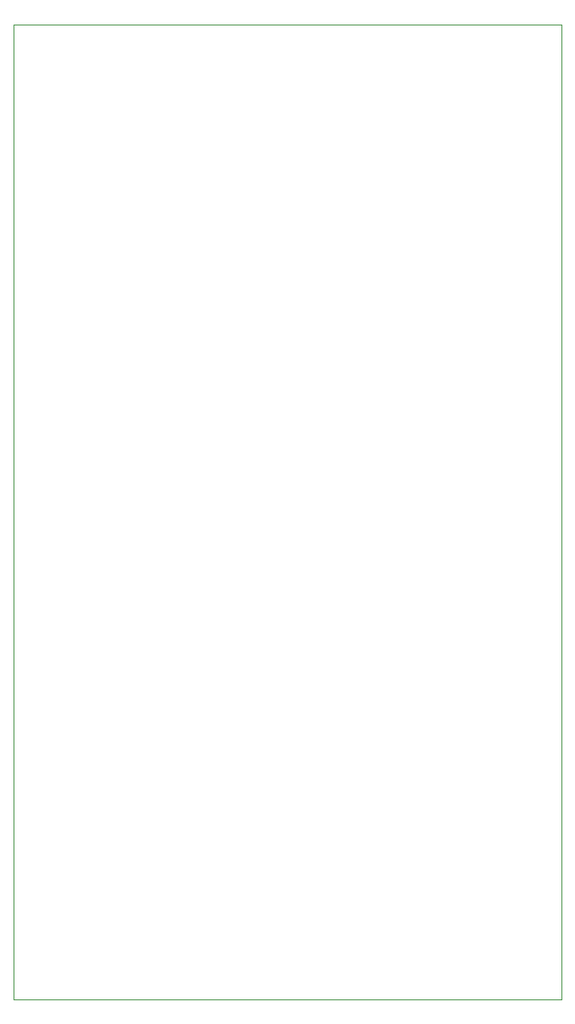
<source format=gbr>
G04 Layer_Color=0*
%FSLAX26Y26*%
%MOIN*%
%TF.FileFunction,Profile,NP*%
%TF.Part,Single*%
G01*
G75*
%TA.AperFunction,Profile*%
%ADD65C,0.001000*%
D65*
X-174244Y-2689000D02*
X1981000Y-2689000D01*
X1981000Y1144000D01*
X-174244Y1144000D01*
X-174244Y-2689000D01*
%TF.MD5,71adfda2c248cb0800f05512aa370076*%
M02*

</source>
